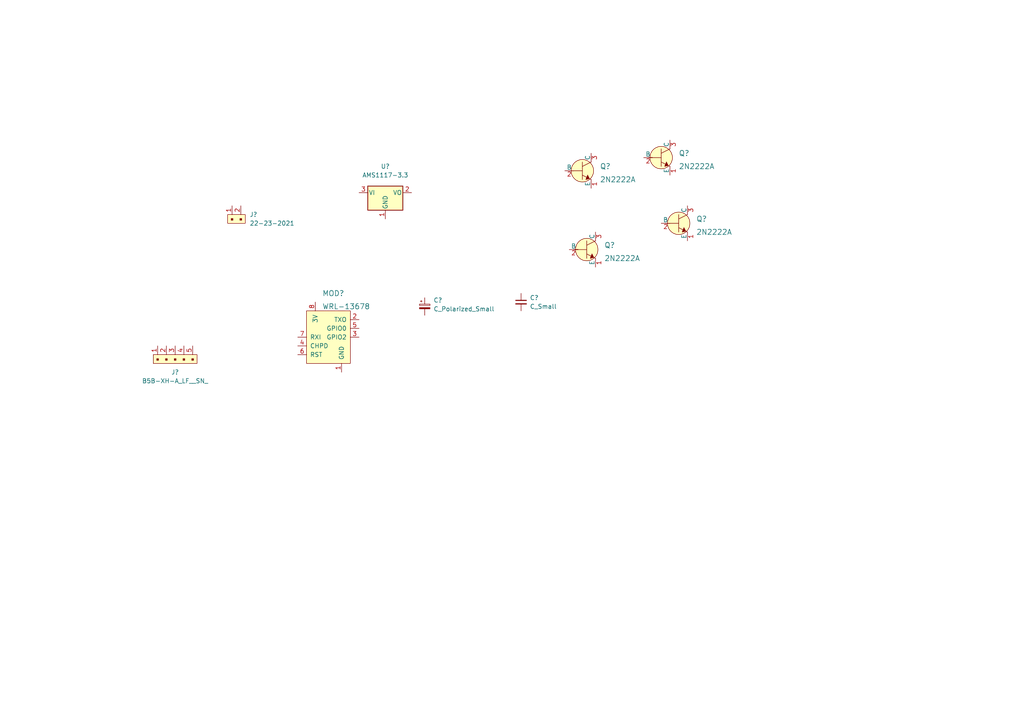
<source format=kicad_sch>
(kicad_sch (version 20211123) (generator eeschema)
  (paper "A4")
  (title_block (title "Smart hand fand") (date "2022-05-04") (company "KodeHauz") (comment 1 "Designed by Nsisong Peter"))
  (lib_symbols
    (symbol "Device:C_Polarized_Small" (pin_numbers hide) (pin_names (offset 0.254) hide)
      (property "Reference" "C" (at 0.254 1.778 0))
      (property "Value" "C_Polarized_Small" (at 0.254 -2.032 0))
      (symbol "C_Polarized_Small_0_1"
        (rectangle (start -1.524 -0.3048) (end 1.524 -0.6858) (fill (type outline)))
        (rectangle (start -1.524 0.6858) (end 1.524 0.3048))
        (polyline (pts (xy -1.27 1.524) (xy -0.762 1.524)))
        (polyline (pts (xy -1.016 1.27) (xy -1.016 1.778)))
      )
      (symbol "C_Polarized_Small_1_1"
        (pin passive line (at 0 2.54 270) (length 1.8542) (name "~") (number "1"))
        (pin passive line (at 0 -2.54 90) (length 1.8542) (name "~") (number "2"))
      )
    )
    (symbol "Device:C_Small" (pin_numbers hide) (pin_names (offset 0.254) hide)
      (property "Reference" "C" (at 0.254 1.778 0))
      (property "Value" "C_Small" (at 0.254 -2.032 0))
      (symbol "C_Small_0_1"
        (polyline (pts (xy -1.524 -0.508) (xy 1.524 -0.508)) (stroke (width 0.3302)))
        (polyline (pts (xy -1.524 0.508) (xy 1.524 0.508)) (stroke (width 0.3048)))
      )
      (symbol "C_Small_1_1"
        (pin passive line (at 0 2.54 270) (length 2.032) (name "~") (number "1"))
        (pin passive line (at 0 -2.54 90) (length 2.032) (name "~") (number "2"))
      )
    )
    (symbol "Regulator_Linear:AMS1117-3.3" (pin_names (offset 0.254))
      (property "Reference" "U" (at -3.81 3.175 0))
      (property "Value" "AMS1117-3.3" (at 0 3.175 0))
      (symbol "AMS1117-3.3_0_1"
        (rectangle (start -5.08 -5.08) (end 5.08 1.905) (stroke (width 0.254)) (fill (type background)))
      )
      (symbol "AMS1117-3.3_1_1"
        (pin power_in line (at 0 -7.62 90) (length 2.54) (name "GND") (number "1"))
        (pin power_out line (at 7.62 0 180) (length 2.54) (name "VO") (number "2"))
        (pin power_in line (at -7.62 0 0) (length 2.54) (name "VI") (number "3"))
      )
    )
    (symbol "dk_RF-Transceiver-Modules:WRL-13678" (pin_names (offset 1.016))
      (property "Reference" "MOD" (at -1.8542 6.0706 0))
      (property "Value" "WRL-13678" (at 3.2512 -11.5824 0))
      (symbol "WRL-13678_0_1"
        (rectangle (start 7.62 5.08) (end -5.08 -10.16) (fill (type background)))
      )
      (symbol "WRL-13678_1_1"
        (pin power_in line (at 5.08 -12.7 90) (length 2.54) (name "GND") (number "1"))
        (pin output line (at 10.16 2.54 180) (length 2.54) (name "TXO") (number "2"))
        (pin bidirectional line (at 10.16 -2.54 180) (length 2.54) (name "GPIO2") (number "3"))
        (pin input line (at -7.62 -5.08 0) (length 2.54) (name "CHPD") (number "4"))
        (pin bidirectional line (at 10.16 0 180) (length 2.54) (name "GPIO0") (number "5"))
        (pin input line (at -7.62 -7.62 0) (length 2.54) (name "RST") (number "6"))
        (pin input line (at -7.62 -2.54 0) (length 2.54) (name "RXI") (number "7"))
        (pin power_in line (at -2.54 7.62 270) (length 2.54) (name "3V") (number "8"))
      )
    )
    (symbol "dk_Rectangular-Connectors-Headers-Male-Pins:22-23-2021" (pin_names (offset 1.016))
      (property "Reference" "J" (at -2.54 1.27 0))
      (property "Value" "22-23-2021" (at 1.27 -3.81 0))
      (symbol "22-23-2021_1_1"
        (rectangle (start -1.27 0) (end 3.81 -2.54) (fill (type background)))
        (rectangle (start -0.254 -1.143) (end 0.254 -1.651) (fill (type outline)))
        (rectangle (start 2.286 -1.143) (end 2.794 -1.651) (fill (type outline)))
        (pin passive line (at 0 2.54 270) (length 2.54) (name "~") (number "1"))
        (pin passive line (at 2.54 2.54 270) (length 2.54) (name "~") (number "2"))
      )
    )
    (symbol "dk_Rectangular-Connectors-Headers-Male-Pins:B5B-XH-A_LF__SN_" (pin_names (offset 1.016))
      (property "Reference" "J" (at -2.54 -1.27 0))
      (property "Value" "B5B-XH-A_LF__SN_" (at 5.08 -3.81 0))
      (symbol "B5B-XH-A_LF__SN__1_1"
        (rectangle (start -1.27 0) (end 11.43 -2.54) (fill (type background)))
        (rectangle (start -0.254 -1.143) (end 0.254 -1.651) (fill (type outline)))
        (rectangle (start 2.286 -1.143) (end 2.794 -1.651) (fill (type outline)))
        (rectangle (start 4.826 -1.143) (end 5.334 -1.651) (fill (type outline)))
        (rectangle (start 7.366 -1.143) (end 7.874 -1.651) (fill (type outline)))
        (rectangle (start 9.906 -1.143) (end 10.414 -1.651) (fill (type outline)))
        (pin passive line (at 0 2.54 270) (length 2.54) (name "~") (number "1"))
        (pin passive line (at 2.54 2.54 270) (length 2.54) (name "~") (number "2"))
        (pin passive line (at 5.08 2.54 270) (length 2.54) (name "~") (number "3"))
        (pin passive line (at 7.62 2.54 270) (length 2.54) (name "~") (number "4"))
        (pin passive line (at 10.16 2.54 270) (length 2.54) (name "~") (number "5"))
      )
    )
    (symbol "dk_Transistors-Bipolar-BJT-Single:2N2222A" (pin_names (offset 0))
      (property "Reference" "Q" (at -3.2004 4.2164 0))
      (property "Value" "2N2222A" (at 5.2324 0 90))
      (symbol "2N2222A_0_1"
        (polyline (pts (xy -3.81 0) (xy -2.54 0)))
        (polyline (pts (xy -3.556 0) (xy 0 0)))
        (polyline (pts (xy 0 -1.27) (xy 2.54 -2.54)))
        (polyline (pts (xy 0 1.27) (xy 2.54 2.54)))
        (polyline (pts (xy 0 2.54) (xy 0 -2.54)))
        (polyline (pts (xy 1.524 -1.27) (xy 2.032 -2.286) (xy 1.016 -2.54) (xy 1.524 -1.27)) (fill (type outline)))
        (circle (center 0 0) (radius 3.2512) (fill (type background)))
      )
      (symbol "2N2222A_1_1"
        (pin passive line (at 2.54 -5.08 90) (length 2.54) (name "E") (number "1"))
        (pin input line (at -5.08 0 0) (length 2.54) (name "B") (number "2"))
        (pin passive line (at 2.54 5.08 270) (length 2.54) (name "C") (number "3"))
      )
    )
  )
  (symbol (lib_id "dk_Transistors-Bipolar-BJT-Single:2N2222A") (at 168.91 49.53 0) (unit 1)
    (property "Reference" "Q?" (at 173.99 48.26 0) (effects (font (size 1.524 1.524)) (justify left)))
    (property "Value" "2N2222A" (at 173.99 52.07 0) (effects (font (size 1.524 1.524)) (justify left)))
    (property "Footprint" "digikey-footprints:TO-18-3" (effects hide))
    (property "Datasheet" "https://my.centralsemi.com/get_document.php?cmp=1&mergetype=pd&mergepath=pd&pdf_id=2N2221A.PDF" (effects hide))
    (property "Digi-Key_PN" "2N2222ACS-ND" (effects hide))
    (property "MPN" "2N2222A" (effects hide))
    (property "Category" "Discrete Semiconductor Products" (effects hide))
    (property "Family" "Transistors - Bipolar (BJT) - Single" (effects hide))
    (property "DK_Datasheet_Link" "https://my.centralsemi.com/get_document.php?cmp=1&mergetype=pd&mergepath=pd&pdf_id=2N2221A.PDF" (effects hide))
    (property "DK_Detail_Page" "/product-detail/en/central-semiconductor-corp/2N2222A/2N2222ACS-ND/4806845" (effects hide))
    (property "Description" "TRANS NPN 40V 0.8A TO-18" (effects hide))
    (property "Manufacturer" "Central Semiconductor Corp" (effects hide))
    (property "Status" "Active" (effects hide))
  )
  (symbol (lib_id "dk_Transistors-Bipolar-BJT-Single:2N2222A") (at 191.77 45.72 0) (unit 1)
    (property "Reference" "Q?" (at 196.85 44.45 0) (effects (font (size 1.524 1.524)) (justify left)))
    (property "Value" "2N2222A" (at 196.85 48.26 0) (effects (font (size 1.524 1.524)) (justify left)))
    (property "Footprint" "digikey-footprints:TO-18-3" (effects hide))
    (property "Datasheet" "https://my.centralsemi.com/get_document.php?cmp=1&mergetype=pd&mergepath=pd&pdf_id=2N2221A.PDF" (effects hide))
    (property "Digi-Key_PN" "2N2222ACS-ND" (effects hide))
    (property "MPN" "2N2222A" (effects hide))
    (property "Category" "Discrete Semiconductor Products" (effects hide))
    (property "Family" "Transistors - Bipolar (BJT) - Single" (effects hide))
    (property "DK_Datasheet_Link" "https://my.centralsemi.com/get_document.php?cmp=1&mergetype=pd&mergepath=pd&pdf_id=2N2221A.PDF" (effects hide))
    (property "DK_Detail_Page" "/product-detail/en/central-semiconductor-corp/2N2222A/2N2222ACS-ND/4806845" (effects hide))
    (property "Description" "TRANS NPN 40V 0.8A TO-18" (effects hide))
    (property "Manufacturer" "Central Semiconductor Corp" (effects hide))
    (property "Status" "Active" (effects hide))
  )
  (symbol (lib_id "dk_Transistors-Bipolar-BJT-Single:2N2222A") (at 196.85 64.77 0) (unit 1)
    (property "Reference" "Q?" (at 201.93 63.5 0) (effects (font (size 1.524 1.524)) (justify left)))
    (property "Value" "2N2222A" (at 201.93 67.31 0) (effects (font (size 1.524 1.524)) (justify left)))
    (property "Footprint" "digikey-footprints:TO-18-3" (effects hide))
    (property "Datasheet" "https://my.centralsemi.com/get_document.php?cmp=1&mergetype=pd&mergepath=pd&pdf_id=2N2221A.PDF" (effects hide))
    (property "Digi-Key_PN" "2N2222ACS-ND" (effects hide))
    (property "MPN" "2N2222A" (effects hide))
    (property "Category" "Discrete Semiconductor Products" (effects hide))
    (property "Family" "Transistors - Bipolar (BJT) - Single" (effects hide))
    (property "DK_Datasheet_Link" "https://my.centralsemi.com/get_document.php?cmp=1&mergetype=pd&mergepath=pd&pdf_id=2N2221A.PDF" (effects hide))
    (property "DK_Detail_Page" "/product-detail/en/central-semiconductor-corp/2N2222A/2N2222ACS-ND/4806845" (effects hide))
    (property "Description" "TRANS NPN 40V 0.8A TO-18" (effects hide))
    (property "Manufacturer" "Central Semiconductor Corp" (effects hide))
    (property "Status" "Active" (effects hide))
  )
  (symbol (lib_id "dk_RF-Transceiver-Modules:WRL-13678") (at 93.98 95.25 0) (unit 1)
    (property "Reference" "MOD?" (at 93.4594 85.09 0) (effects (font (size 1.524 1.524)) (justify left)))
    (property "Value" "WRL-13678" (at 93.4594 88.9 0) (effects (font (size 1.524 1.524)) (justify left)))
    (property "Footprint" "digikey-footprints:Wifi_Module_ESP8266_WRL-13678" (effects hide))
    (property "Datasheet" "https://nurdspace.nl/images/e/e0/ESP8266_Specifications_English.pdf" (effects hide))
    (property "Digi-Key_PN" "1568-1235-ND" (effects hide))
    (property "MPN" "WRL-13678" (effects hide))
    (property "Category" "RF/IF and RFID" (effects hide))
    (property "Family" "RF Transceiver Modules" (effects hide))
    (property "DK_Datasheet_Link" "https://nurdspace.nl/images/e/e0/ESP8266_Specifications_English.pdf" (effects hide))
    (property "DK_Detail_Page" "/product-detail/en/sparkfun-electronics/WRL-13678/1568-1235-ND/5725944" (effects hide))
    (property "Description" "TXRX ESP8266 MOD WIFI TRACE ANT" (effects hide))
    (property "Manufacturer" "SparkFun Electronics" (effects hide))
    (property "Status" "Active" (effects hide))
  )
  (symbol (lib_id "Device:C_Small") (at 151.13 87.63 0) (unit 1)
    (property "Reference" "C?" (at 153.67 86.3662 0) (effects (justify left)))
    (property "Value" "C_Small" (at 153.67 88.9062 0) (effects (justify left)))
  )
  (symbol (lib_id "dk_Rectangular-Connectors-Headers-Male-Pins:B5B-XH-A_LF__SN_") (at 45.72 102.87 0) (unit 1)
    (property "Reference" "J?" (at 50.8 107.95 0))
    (property "Value" "B5B-XH-A_LF__SN_" (at 50.8 110.49 0))
    (property "Footprint" "digikey-footprints:PinHeader_1x5_P2.5mm_Drill1.1mm" (effects hide))
    (property "Datasheet" "http://www.jst-mfg.com/product/pdf/eng/eXH.pdf" (effects hide))
    (property "Digi-Key_PN" "455-2270-ND" (effects hide))
    (property "MPN" "B5B-XH-A(LF)(SN)" (effects hide))
    (property "Category" "Connectors, Interconnects" (effects hide))
    (property "Family" "Rectangular Connectors - Headers, Male Pins" (effects hide))
    (property "DK_Datasheet_Link" "http://www.jst-mfg.com/product/pdf/eng/eXH.pdf" (effects hide))
    (property "DK_Detail_Page" "/product-detail/en/jst-sales-america-inc/B5B-XH-A(LF)(SN)/455-2270-ND/1530483" (effects hide))
    (property "Description" "CONN HEADER VERT 5POS 2.5MM" (effects hide))
    (property "Manufacturer" "JST Sales America Inc." (effects hide))
    (property "Status" "Active" (effects hide))
  )
  (symbol (lib_id "dk_Transistors-Bipolar-BJT-Single:2N2222A") (at 170.18 72.39 0) (unit 1)
    (property "Reference" "Q?" (at 175.26 71.12 0) (effects (font (size 1.524 1.524)) (justify left)))
    (property "Value" "2N2222A" (at 175.26 74.93 0) (effects (font (size 1.524 1.524)) (justify left)))
    (property "Footprint" "digikey-footprints:TO-18-3" (effects hide))
    (property "Datasheet" "https://my.centralsemi.com/get_document.php?cmp=1&mergetype=pd&mergepath=pd&pdf_id=2N2221A.PDF" (effects hide))
    (property "Digi-Key_PN" "2N2222ACS-ND" (effects hide))
    (property "MPN" "2N2222A" (effects hide))
    (property "Category" "Discrete Semiconductor Products" (effects hide))
    (property "Family" "Transistors - Bipolar (BJT) - Single" (effects hide))
    (property "DK_Datasheet_Link" "https://my.centralsemi.com/get_document.php?cmp=1&mergetype=pd&mergepath=pd&pdf_id=2N2221A.PDF" (effects hide))
    (property "DK_Detail_Page" "/product-detail/en/central-semiconductor-corp/2N2222A/2N2222ACS-ND/4806845" (effects hide))
    (property "Description" "TRANS NPN 40V 0.8A TO-18" (effects hide))
    (property "Manufacturer" "Central Semiconductor Corp" (effects hide))
    (property "Status" "Active" (effects hide))
  )
  (symbol (lib_id "Device:C_Polarized_Small") (at 123.19 88.9 0) (unit 1)
    (property "Reference" "C?" (at 125.73 87.0838 0) (effects (justify left)))
    (property "Value" "C_Polarized_Small" (at 125.73 89.6238 0) (effects (justify left)))
  )
  (symbol (lib_id "Regulator_Linear:AMS1117-3.3") (at 111.76 55.88 0) (unit 1)
    (property "Reference" "U?" (at 111.76 48.26 0))
    (property "Value" "AMS1117-3.3" (at 111.76 50.8 0))
    (property "Footprint" "Package_TO_SOT_SMD:SOT-223-3_TabPin2" (effects hide))
    (property "Datasheet" "http://www.advanced-monolithic.com/pdf/ds1117.pdf" (effects hide))
  )
  (symbol (lib_id "dk_Rectangular-Connectors-Headers-Male-Pins:22-23-2021") (at 67.31 62.23 0) (unit 1)
    (property "Reference" "J?" (at 72.39 62.2299 0) (effects (justify left)))
    (property "Value" "22-23-2021" (at 72.39 64.7699 0) (effects (justify left)))
    (property "Footprint" "digikey-footprints:PinHeader_1x2_P2.54mm_Drill1.02mm" (effects hide))
    (property "Datasheet" "https://media.digikey.com/pdf/Data%20Sheets/Molex%20PDFs/A-6373-N_Series_Dwg_2010-12-03.pdf" (effects hide))
    (property "Digi-Key_PN" "WM4200-ND" (effects hide))
    (property "MPN" "22-23-2021" (effects hide))
    (property "Category" "Connectors, Interconnects" (effects hide))
    (property "Family" "Rectangular Connectors - Headers, Male Pins" (effects hide))
    (property "DK_Datasheet_Link" "https://media.digikey.com/pdf/Data%20Sheets/Molex%20PDFs/A-6373-N_Series_Dwg_2010-12-03.pdf" (effects hide))
    (property "DK_Detail_Page" "/product-detail/en/molex/22-23-2021/WM4200-ND/26667" (effects hide))
    (property "Description" "CONN HEADER VERT 2POS 2.54MM" (effects hide))
    (property "Manufacturer" "Molex" (effects hide))
    (property "Status" "Active" (effects hide))
  )
)
</source>
